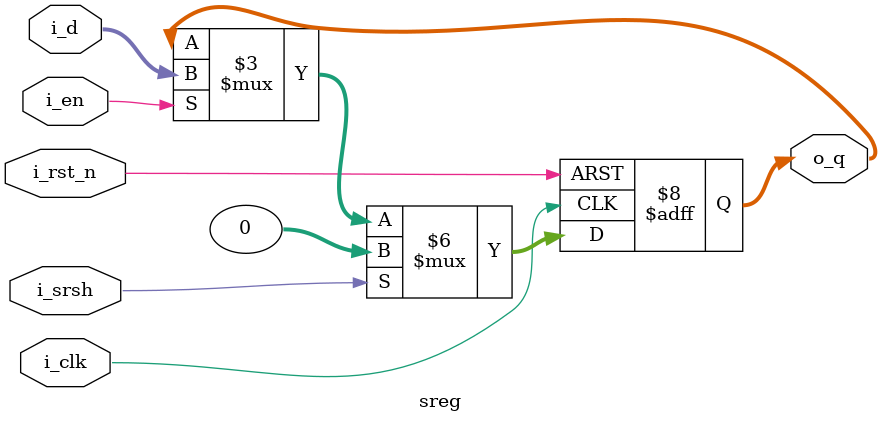
<source format=v>
/**
 * dis_data = { val, uop, imm, prd, mask }
 */
module rob #(parameter WIDTH_BANK = 3, WIDTH_REG = 7, WIDTH_BRM = 4,
                       WIDTH = 2 + 7 + 32 + WIDTH_REG + WIDTH_BRM)
           (output [WIDTH_BANK-1:0]   o_dis_tag,
            output [4*WIDTH_REG-1:0]  o_com_prd4x,
            output                    o_com_en,
            input  [31:0]             i_dis_pc,
            input  [4*WIDTH-1:0]      i_dis_data4x,
            input                     i_dis_we,
            input  [WIDTH_BRM:0]      i_kill,
            input  [3+WIDTH_BANK-1:0] i_rst_busy0,
            input  [3+WIDTH_BANK-1:0] i_rst_busy1,
            input  [3+WIDTH_BANK-1:0] i_rst_busy2,
            input  [3+WIDTH_BANK-1:0] i_rst_busy3,
            input                     i_rst_n,
            input                     i_clk);

localparam NBANK = 4;
localparam WIDTH_DT = WIDTH - 2 - WIDTH_BRM;
localparam integer SIZE = $pow(2, WIDTH_BANK);

localparam integer WIDTH_RSTB = 1 + WIDTH_BANK + $clog2(NBANK);

wire [WIDTH-1:0] new_data[0:NBANK-1];
wire [WIDTH-1:0] commit[0:NBANK-1];

wire [6:0]           dis_uops[0:NBANK-1];
wire [WIDTH_BRM-1:0] dis_mask[0:NBANK-1];

wire [WIDTH_REG-1:0] com_prd[0:NBANK-1];
wire                 com_val[0:NBANK-1];
wor  [SIZE-1:0]      rst_busy[0:NBANK-1];

wire we, re;
wire [SIZE-1:0] head, tail;
wire empty;

// output
assign o_com_prd4x = { com_prd[3], com_prd[2], com_prd[1], com_prd[0] };
assign o_com_en = re;

assign re = ~empty & ~com_val[3] & ~com_val[2] & ~com_val[1] & ~com_val[0];
assign we = i_dis_we;

ringbuf m_pc_b(.o_data(),
               .o_empty(empty),
               .i_data(i_dis_pc[31:2]),
               .i_re(re),
               .i_we(we),
               .i_rst_n(i_rst_n),
               .i_clk(i_clk));
defparam m_pc_b.WIDTH = 32 - 2;
defparam m_pc_b.SIZE = SIZE;

assign head = m_pc_b.head;
assign tail = m_pc_b.tail;

generate
	genvar i;
	for (i = 0; i < NBANK; i = i + 1) begin
		// val exc uops prd brmask
		assign new_data[i] = i_dis_data4x[(i+1)*WIDTH-1:i*WIDTH];
		assign com_val[i] = commit[i][WIDTH-2];
		assign com_prd[i] = commit[i][WIDTH_BRM+WIDTH_REG-1:WIDTH_BRM];

		assign rst_busy[i] = rstBusy(i_rst_busy0, i[1:0]);
		assign rst_busy[i] = rstBusy(i_rst_busy1, i[1:0]);
		assign rst_busy[i] = rstBusy(i_rst_busy2, i[1:0]);
		assign rst_busy[i] = rstBusy(i_rst_busy3, i[1:0]);

		bank m_inst_b(.o_pkg(commit[i]),
		              .i_pkg(new_data[i]),
		              .i_head(head),
		              .i_tail(tail),
	                      .i_killMask(i_kill),
		              .i_re(re),
		              .i_we(we),
		              .i_rst_busy(rst_busy[i]),
		              .i_rst_n(i_rst_n),
		              .i_clk(i_clk));
		defparam m_inst_b.SIZE      = SIZE;
		defparam m_inst_b.WIDTH_DT  = WIDTH_DT;
		defparam m_inst_b.WIDTH_REG = WIDTH_REG;
		defparam m_inst_b.WIDTH_BRM = WIDTH_BRM;
		defparam m_inst_b.WIDTH     = WIDTH;
	end
endgenerate

function [SIZE-1:0] rstBusy(
	input [3+WIDTH_BANK-1:0]  i_rst_busytg,
	input [$clog2(NBANK)-1:0] i_NBank);
	reg                     en;
	reg [WIDTH_BANK-1:0]    tag;
	reg [$clog2(NBANK)-1:0] bank;
	begin
		rstBusy = { SIZE{1'b0} };
		{ en, tag, bank } = i_rst_busytg;

		if (i_NBank == bank && en)
			rstBusy = 1 << tag;

	end
endfunction

encoder m_encoder(.o_q(o_dis_tag),
                  .i_d(tail));
defparam m_encoder.SIZE = SIZE;

endmodule


/**
 * bank
 */
module bank #(parameter SIZE = 32, WIDTH_DT = 39, WIDTH_REG = 7, WIDTH_BRM = 4,
                        WIDTH = 2 + WIDTH_DT + WIDTH_BRM)
            (output [WIDTH-1:0]   o_pkg,
             input  [WIDTH-1:0]   i_pkg,
             input  [SIZE-1:0]    i_head, i_tail,
             input  [WIDTH_BRM:0] i_killMask, // { enkill, brmask }
             input  [SIZE-1:0]    i_rst_busy,
             input  i_re, i_we, i_rst_n, i_clk);

integer j;

wire [WIDTH-1:0]      pkg[0:SIZE-1];
wor  [WIDTH-1:0]      pkg_head;

wire                 killEn;
wire [WIDTH_BRM-1:0] killMask;

wire            rstEn;
wire [SIZE-1:0] rstBusy;

// output
assign o_pkg = pkg_head;

/**
 * kill logic
 */
assign killEn   = i_killMask[WIDTH_BRM];
assign killMask = i_killMask[WIDTH_BRM-1:0];

generate
	genvar i;
	for (i = 0; i < SIZE; i = i + 1) begin
		assign pkg_head = pkg[i];

		bankSlot m_slot(.o_pkg(pkg[i]),
		                .i_pkg(i_pkg),
		                .i_killMask(killMask),
		                .i_killEn(killEn),
		                .i_re(i_head[i]),
		                .i_we(i_tail[i]),
		                .i_rst_busy(i_rst_busy[i]),
		                .i_rst_n(i_rst_n),
		                .i_clk (i_clk));
		defparam m_slot.WIDTH_DT  = WIDTH_DT;
		defparam m_slot.WIDTH_REG = WIDTH_REG;
		defparam m_slot.WIDTH_BRM = WIDTH_BRM;
		defparam m_slot.WIDTH     = WIDTH;
	end
endgenerate

endmodule


/**
 * slot
 */
module bankSlot #(parameter WIDTH_DT = 39, WIDTH_REG = 7, WIDTH_BRM = 4,
                        WIDTH = 2 + WIDTH_DT + WIDTH_BRM)
            (output [WIDTH-1:0]     o_pkg, 
             input  [WIDTH-1:0]     i_pkg, 
             input  [WIDTH_BRM-1:0] i_killMask,
             input                  i_killEn,
             input                  i_re, i_we,
             input                  i_rst_busy,
             input                  i_rst_n, i_clk);

wire [WIDTH-1:0]  pkg;

wire                 val,    val_new, val_rst;
wire                 busy,   busy_new;
wire [WIDTH_DT-1:0]  data,   data_new;
wire [WIDTH_BRM-1:0] brmask, brmask_new;

// output
assign o_pkg = i_re ? pkg : { WIDTH{1'b0} };


assign pkg = { val, busy, data, brmask };

assign val_new = i_pkg[WIDTH_DT+WIDTH_BRM+1];
assign val_rst = brkill(i_killEn, i_killMask, brmask, brmask);

assign busy_new = i_pkg[WIDTH_DT+WIDTH_BRM];

assign data_new   = i_pkg[WIDTH_DT+WIDTH_BRM-1:WIDTH_BRM];
assign brmask_new = i_pkg[WIDTH_BRM-1:0];

sreg #(1) r_val(.o_q    (val),
                .i_d    (val_new),
                .i_en   (i_we),
                .i_srsh (val_rst),
                .i_rst_n(i_rst_n),
                .i_clk  (i_clk));

sreg #(1) r_busy(.o_q    (busy),
                 .i_d    (busy_new),
                 .i_en   (i_we),
                 .i_srsh (i_rst_busy),
                 .i_rst_n(i_rst_n),
                 .i_clk  (i_clk));

register r_data(.o_q    (data),
                .i_d    (data_new),
                .i_en   (i_we),
                .i_rst_n(i_rst_n),
                .i_clk  (i_clk));
defparam r_data.WIDTH = WIDTH_DT;

register r_brmask(.o_q    (brmask),
                  .i_d    (brmask_new),
                  .i_en   (i_we),
                  .i_rst_n(i_rst_n),
                  .i_clk  (i_clk));
defparam r_brmask.WIDTH = WIDTH_BRM;

// fun
function brkill(input                 kill_en,
                input [WIDTH_BRM-1:0] kill_mask, mask, last_mask);
begin
	brkill = 1'b0;
	if (kill_en) begin
		if (kill_mask < last_mask) begin // normal count
			if (kill_mask < mask && mask <= last_mask)
				brkill = 1'b1;
		end
		else begin // reset counter
			if (kill_mask < mask || mask < last_mask)
				brkill = 1'b1;
		end
	end
end
endfunction

endmodule

// register with synchronous reset
module sreg #(parameter WIDTH=32)
            (output reg [WIDTH-1:0] o_q,
             input wire [WIDTH-1:0] i_d,
             input i_en, i_srsh, i_rst_n, i_clk);

always @(posedge i_clk, negedge i_rst_n)
begin
	if (!i_rst_n)
		o_q <= { WIDTH{1'b0} };
	else if (i_srsh) begin
		o_q <= { WIDTH{1'b0} };
	end else begin
		if (i_en)
			o_q <= i_d;
	end
end

endmodule


</source>
